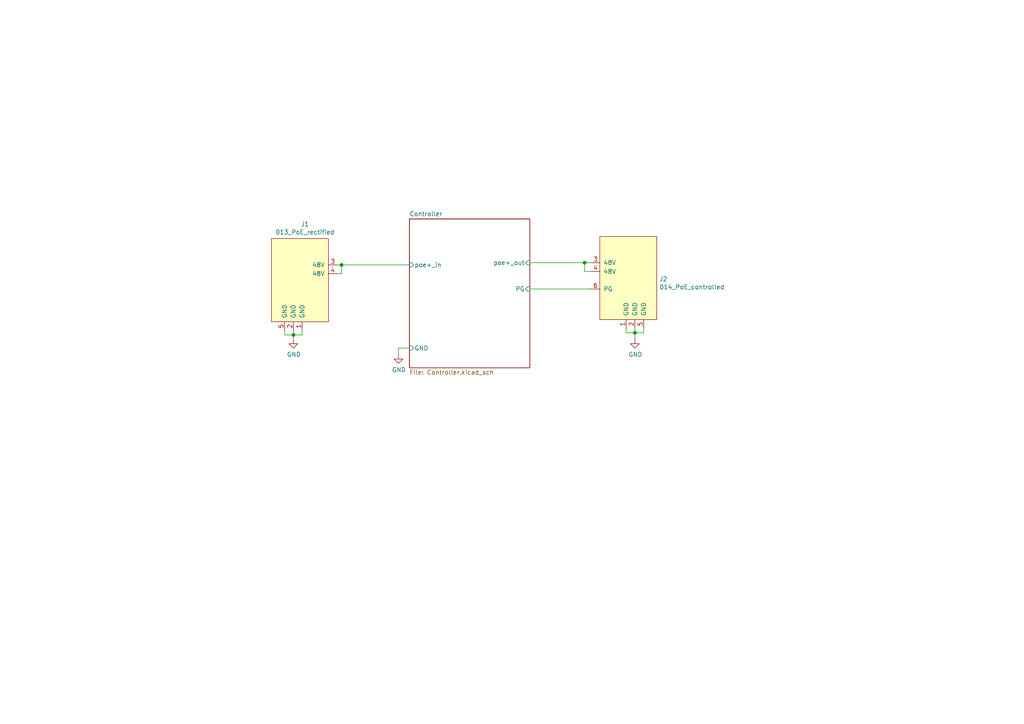
<source format=kicad_sch>
(kicad_sch (version 20211123) (generator eeschema)

  (uuid 3aeed584-07cc-4f3c-be25-c98bf6e76d9c)

  (paper "A4")

  (lib_symbols
    (symbol "board-rescue:013_PoE_rectified-put_on_edge" (pin_names (offset 1.016)) (in_bom yes) (on_board yes)
      (property "Reference" "J" (id 0) (at -2.54 13.97 0)
        (effects (font (size 1.27 1.27)))
      )
      (property "Value" "013_PoE_rectified-put_on_edge" (id 1) (at 8.89 13.97 0)
        (effects (font (size 1.27 1.27)))
      )
      (property "Footprint" "" (id 2) (at 7.62 16.51 0)
        (effects (font (size 1.27 1.27)) hide)
      )
      (property "Datasheet" "" (id 3) (at 7.62 16.51 0)
        (effects (font (size 1.27 1.27)) hide)
      )
      (symbol "013_PoE_rectified-put_on_edge_0_1"
        (rectangle (start -8.89 12.7) (end 7.62 -11.43)
          (stroke (width 0) (type default) (color 0 0 0 0))
          (fill (type background))
        )
      )
      (symbol "013_PoE_rectified-put_on_edge_1_1"
        (pin power_in line (at -1.27 -13.97 90) (length 2.54)
          (name "GND" (effects (font (size 1.27 1.27))))
          (number "1" (effects (font (size 1.27 1.27))))
        )
        (pin power_in line (at 1.27 -13.97 90) (length 2.54)
          (name "GND" (effects (font (size 1.27 1.27))))
          (number "2" (effects (font (size 1.27 1.27))))
        )
        (pin bidirectional line (at -11.43 5.08 0) (length 2.54)
          (name "48V" (effects (font (size 1.27 1.27))))
          (number "3" (effects (font (size 1.27 1.27))))
        )
        (pin bidirectional line (at -11.43 2.54 0) (length 2.54)
          (name "48V" (effects (font (size 1.27 1.27))))
          (number "4" (effects (font (size 1.27 1.27))))
        )
        (pin power_in line (at 3.81 -13.97 90) (length 2.54)
          (name "GND" (effects (font (size 1.27 1.27))))
          (number "5" (effects (font (size 1.27 1.27))))
        )
      )
    )
    (symbol "board-rescue:014_PoE_controlled-put_on_edge" (pin_names (offset 1.016)) (in_bom yes) (on_board yes)
      (property "Reference" "J" (id 0) (at -2.54 13.97 0)
        (effects (font (size 1.27 1.27)))
      )
      (property "Value" "014_PoE_controlled-put_on_edge" (id 1) (at 8.89 13.97 0)
        (effects (font (size 1.27 1.27)))
      )
      (property "Footprint" "" (id 2) (at 7.62 16.51 0)
        (effects (font (size 1.27 1.27)) hide)
      )
      (property "Datasheet" "" (id 3) (at 7.62 16.51 0)
        (effects (font (size 1.27 1.27)) hide)
      )
      (symbol "014_PoE_controlled-put_on_edge_0_1"
        (rectangle (start -8.89 12.7) (end 7.62 -11.43)
          (stroke (width 0) (type default) (color 0 0 0 0))
          (fill (type background))
        )
      )
      (symbol "014_PoE_controlled-put_on_edge_1_1"
        (pin power_in line (at -1.27 -13.97 90) (length 2.54)
          (name "GND" (effects (font (size 1.27 1.27))))
          (number "1" (effects (font (size 1.27 1.27))))
        )
        (pin power_in line (at 1.27 -13.97 90) (length 2.54)
          (name "GND" (effects (font (size 1.27 1.27))))
          (number "2" (effects (font (size 1.27 1.27))))
        )
        (pin bidirectional line (at -11.43 5.08 0) (length 2.54)
          (name "48V" (effects (font (size 1.27 1.27))))
          (number "3" (effects (font (size 1.27 1.27))))
        )
        (pin bidirectional line (at -11.43 2.54 0) (length 2.54)
          (name "48V" (effects (font (size 1.27 1.27))))
          (number "4" (effects (font (size 1.27 1.27))))
        )
        (pin power_in line (at 3.81 -13.97 90) (length 2.54)
          (name "GND" (effects (font (size 1.27 1.27))))
          (number "5" (effects (font (size 1.27 1.27))))
        )
        (pin power_in line (at -11.43 -2.54 0) (length 2.54)
          (name "PG" (effects (font (size 1.27 1.27))))
          (number "6" (effects (font (size 1.27 1.27))))
        )
      )
    )
    (symbol "power:GND" (power) (pin_names (offset 0)) (in_bom yes) (on_board yes)
      (property "Reference" "#PWR" (id 0) (at 0 -6.35 0)
        (effects (font (size 1.27 1.27)) hide)
      )
      (property "Value" "GND" (id 1) (at 0 -3.81 0)
        (effects (font (size 1.27 1.27)))
      )
      (property "Footprint" "" (id 2) (at 0 0 0)
        (effects (font (size 1.27 1.27)) hide)
      )
      (property "Datasheet" "" (id 3) (at 0 0 0)
        (effects (font (size 1.27 1.27)) hide)
      )
      (property "ki_keywords" "power-flag" (id 4) (at 0 0 0)
        (effects (font (size 1.27 1.27)) hide)
      )
      (property "ki_description" "Power symbol creates a global label with name \"GND\" , ground" (id 5) (at 0 0 0)
        (effects (font (size 1.27 1.27)) hide)
      )
      (symbol "GND_0_1"
        (polyline
          (pts
            (xy 0 0)
            (xy 0 -1.27)
            (xy 1.27 -1.27)
            (xy 0 -2.54)
            (xy -1.27 -1.27)
            (xy 0 -1.27)
          )
          (stroke (width 0) (type default) (color 0 0 0 0))
          (fill (type none))
        )
      )
      (symbol "GND_1_1"
        (pin power_in line (at 0 0 270) (length 0) hide
          (name "GND" (effects (font (size 1.27 1.27))))
          (number "1" (effects (font (size 1.27 1.27))))
        )
      )
    )
  )

  (junction (at 99.06 76.835) (diameter 0) (color 0 0 0 0)
    (uuid 20edfe3a-05f1-4aab-a969-eca90b336270)
  )
  (junction (at 85.09 97.155) (diameter 0) (color 0 0 0 0)
    (uuid 278422ad-7a72-48b5-aeeb-4777f2876e4d)
  )
  (junction (at 184.15 96.52) (diameter 0) (color 0 0 0 0)
    (uuid 6ea528c0-398d-4015-9489-6fd920961d72)
  )
  (junction (at 169.545 76.2) (diameter 0) (color 0 0 0 0)
    (uuid 9441778d-4396-4285-afaf-121a77b59f62)
  )

  (wire (pts (xy 99.06 76.835) (xy 118.745 76.835))
    (stroke (width 0) (type default) (color 0 0 0 0))
    (uuid 0c7b2408-12f7-4604-bf3c-7a6368047283)
  )
  (wire (pts (xy 115.57 100.965) (xy 118.745 100.965))
    (stroke (width 0) (type default) (color 0 0 0 0))
    (uuid 3dd6289d-0868-476b-9245-d144ddcb4019)
  )
  (wire (pts (xy 82.55 95.885) (xy 82.55 97.155))
    (stroke (width 0) (type default) (color 0 0 0 0))
    (uuid 3e0b647d-b34c-4ea6-bda1-f1a73e81e95b)
  )
  (wire (pts (xy 82.55 97.155) (xy 85.09 97.155))
    (stroke (width 0) (type default) (color 0 0 0 0))
    (uuid 404def57-dac4-40cd-9a3f-74af74b21b9c)
  )
  (wire (pts (xy 85.09 95.885) (xy 85.09 97.155))
    (stroke (width 0) (type default) (color 0 0 0 0))
    (uuid 499c77f3-bf8b-42ea-84bb-abbb52d86f04)
  )
  (wire (pts (xy 85.09 97.155) (xy 87.63 97.155))
    (stroke (width 0) (type default) (color 0 0 0 0))
    (uuid 53597788-5ef8-4736-855b-4ed2fb112652)
  )
  (wire (pts (xy 87.63 97.155) (xy 87.63 95.885))
    (stroke (width 0) (type default) (color 0 0 0 0))
    (uuid 57199334-a5fb-4a41-b12f-12b0e0cc34a2)
  )
  (wire (pts (xy 115.57 102.87) (xy 115.57 100.965))
    (stroke (width 0) (type default) (color 0 0 0 0))
    (uuid 5976156d-523e-43e7-9532-7a16da7f5fff)
  )
  (wire (pts (xy 169.545 76.2) (xy 171.45 76.2))
    (stroke (width 0) (type default) (color 0 0 0 0))
    (uuid 5c508942-97a7-448d-8587-934d320134d3)
  )
  (wire (pts (xy 99.06 76.835) (xy 97.79 76.835))
    (stroke (width 0) (type default) (color 0 0 0 0))
    (uuid 612a47bb-a8b2-412d-82a1-00648577554b)
  )
  (wire (pts (xy 184.15 95.25) (xy 184.15 96.52))
    (stroke (width 0) (type default) (color 0 0 0 0))
    (uuid 70c815e7-c5be-49c4-8f7b-87ee943ab607)
  )
  (wire (pts (xy 186.69 96.52) (xy 186.69 95.25))
    (stroke (width 0) (type default) (color 0 0 0 0))
    (uuid 893538ff-bfcd-4fe6-9bc2-d753271c3c20)
  )
  (wire (pts (xy 169.545 78.74) (xy 171.45 78.74))
    (stroke (width 0) (type default) (color 0 0 0 0))
    (uuid 91e93ad5-9a79-44f8-8d89-cd4b0c4553f5)
  )
  (wire (pts (xy 184.15 96.52) (xy 186.69 96.52))
    (stroke (width 0) (type default) (color 0 0 0 0))
    (uuid ad497c6c-ac10-45cc-b41b-d8ca14e64e55)
  )
  (wire (pts (xy 184.15 98.425) (xy 184.15 96.52))
    (stroke (width 0) (type default) (color 0 0 0 0))
    (uuid af3982a6-45f9-4fff-b3dd-26261e15403c)
  )
  (wire (pts (xy 153.67 83.82) (xy 171.45 83.82))
    (stroke (width 0) (type default) (color 0 0 0 0))
    (uuid b1c1bace-63af-472b-b69d-d7f6b20d332b)
  )
  (wire (pts (xy 153.67 76.2) (xy 169.545 76.2))
    (stroke (width 0) (type default) (color 0 0 0 0))
    (uuid b8274990-9c9e-446b-8ea7-bf0abb3beaa9)
  )
  (wire (pts (xy 99.06 79.375) (xy 99.06 76.835))
    (stroke (width 0) (type default) (color 0 0 0 0))
    (uuid c47c298c-a62b-4adf-a6d0-984ef21b0053)
  )
  (wire (pts (xy 85.09 97.155) (xy 85.09 98.425))
    (stroke (width 0) (type default) (color 0 0 0 0))
    (uuid d1e22588-93a2-4ec2-80c3-2c02bfaaf090)
  )
  (wire (pts (xy 181.61 96.52) (xy 184.15 96.52))
    (stroke (width 0) (type default) (color 0 0 0 0))
    (uuid d8f07815-e672-45a6-97c2-d024fb90c0f0)
  )
  (wire (pts (xy 97.79 79.375) (xy 99.06 79.375))
    (stroke (width 0) (type default) (color 0 0 0 0))
    (uuid e8bdd929-91f6-4713-9dd0-90bedb498e8d)
  )
  (wire (pts (xy 181.61 95.25) (xy 181.61 96.52))
    (stroke (width 0) (type default) (color 0 0 0 0))
    (uuid eb5786af-3207-4bcf-ae39-e213c91ae938)
  )
  (wire (pts (xy 169.545 76.2) (xy 169.545 78.74))
    (stroke (width 0) (type default) (color 0 0 0 0))
    (uuid f53dd40d-cff5-409f-94cd-f44610b31d1e)
  )

  (symbol (lib_id "board-rescue:013_PoE_rectified-put_on_edge") (at 86.36 81.915 0) (mirror y) (unit 1)
    (in_bom yes) (on_board yes)
    (uuid 00000000-0000-0000-0000-00006083a976)
    (property "Reference" "J1" (id 0) (at 88.4682 65.024 0))
    (property "Value" "013_PoE_rectified" (id 1) (at 88.4682 67.3354 0))
    (property "Footprint" "on_edge:on_edge_2x05_device" (id 2) (at 78.74 65.405 0)
      (effects (font (size 1.27 1.27)) hide)
    )
    (property "Datasheet" "" (id 3) (at 78.74 65.405 0)
      (effects (font (size 1.27 1.27)) hide)
    )
    (pin "1" (uuid 03a34b4b-1cdd-460e-8ca8-ff34e8df9f26))
    (pin "2" (uuid 01337dfa-f41c-4b59-b6c6-79afe683e82d))
    (pin "3" (uuid e98706bb-bc40-440b-ad5f-54fd6c140a15))
    (pin "4" (uuid 9ee31e4c-b0b7-4315-95e8-88f30c4cc61d))
    (pin "5" (uuid ae4b9b7f-7d14-4b09-a9f9-a3c14eb87120))
  )

  (symbol (lib_id "board-rescue:014_PoE_controlled-put_on_edge") (at 182.88 81.28 0) (unit 1)
    (in_bom yes) (on_board yes)
    (uuid 00000000-0000-0000-0000-00006083c1db)
    (property "Reference" "J2" (id 0) (at 191.2112 80.9498 0)
      (effects (font (size 1.27 1.27)) (justify left))
    )
    (property "Value" "014_PoE_controlled" (id 1) (at 191.2112 83.2612 0)
      (effects (font (size 1.27 1.27)) (justify left))
    )
    (property "Footprint" "on_edge:on_edge_2x05_host" (id 2) (at 190.5 64.77 0)
      (effects (font (size 1.27 1.27)) hide)
    )
    (property "Datasheet" "" (id 3) (at 190.5 64.77 0)
      (effects (font (size 1.27 1.27)) hide)
    )
    (pin "1" (uuid 60149c1d-e703-4808-bcf0-c43309800bd1))
    (pin "2" (uuid d5d2fc68-bbc3-4600-a16b-4a38ced39889))
    (pin "3" (uuid b4e2db2f-0391-4735-b1de-0180a6fb812c))
    (pin "4" (uuid 8bfda88d-e1d3-42b9-9b7e-932acf18bcab))
    (pin "5" (uuid be417aec-cac6-4f28-b827-4d40c1b57edf))
    (pin "6" (uuid 9a3e23ee-08b8-4197-af33-3ea53235e576))
  )

  (symbol (lib_id "power:GND") (at 115.57 102.87 0) (unit 1)
    (in_bom yes) (on_board yes)
    (uuid 00000000-0000-0000-0000-00006083d028)
    (property "Reference" "#PWR0101" (id 0) (at 115.57 109.22 0)
      (effects (font (size 1.27 1.27)) hide)
    )
    (property "Value" "GND" (id 1) (at 115.697 107.2642 0))
    (property "Footprint" "" (id 2) (at 115.57 102.87 0)
      (effects (font (size 1.27 1.27)) hide)
    )
    (property "Datasheet" "" (id 3) (at 115.57 102.87 0)
      (effects (font (size 1.27 1.27)) hide)
    )
    (pin "1" (uuid 727f0fa7-d042-4888-afcd-d993b0e9bebd))
  )

  (symbol (lib_id "power:GND") (at 85.09 98.425 0) (unit 1)
    (in_bom yes) (on_board yes)
    (uuid 00000000-0000-0000-0000-00006083d29c)
    (property "Reference" "#PWR0102" (id 0) (at 85.09 104.775 0)
      (effects (font (size 1.27 1.27)) hide)
    )
    (property "Value" "GND" (id 1) (at 85.217 102.8192 0))
    (property "Footprint" "" (id 2) (at 85.09 98.425 0)
      (effects (font (size 1.27 1.27)) hide)
    )
    (property "Datasheet" "" (id 3) (at 85.09 98.425 0)
      (effects (font (size 1.27 1.27)) hide)
    )
    (pin "1" (uuid 800658dc-5f40-4765-a381-492bce889a1a))
  )

  (symbol (lib_id "power:GND") (at 184.15 98.425 0) (unit 1)
    (in_bom yes) (on_board yes)
    (uuid 00000000-0000-0000-0000-00006083e083)
    (property "Reference" "#PWR0103" (id 0) (at 184.15 104.775 0)
      (effects (font (size 1.27 1.27)) hide)
    )
    (property "Value" "GND" (id 1) (at 184.277 102.8192 0))
    (property "Footprint" "" (id 2) (at 184.15 98.425 0)
      (effects (font (size 1.27 1.27)) hide)
    )
    (property "Datasheet" "" (id 3) (at 184.15 98.425 0)
      (effects (font (size 1.27 1.27)) hide)
    )
    (pin "1" (uuid 70cfc6bd-1212-4f32-ab66-e6c88535a47c))
  )

  (sheet (at 118.745 63.5) (size 34.925 43.18) (fields_autoplaced)
    (stroke (width 0) (type solid) (color 0 0 0 0))
    (fill (color 0 0 0 0.0000))
    (uuid 00000000-0000-0000-0000-00006083c3a8)
    (property "Sheet name" "Controller" (id 0) (at 118.745 62.7884 0)
      (effects (font (size 1.27 1.27)) (justify left bottom))
    )
    (property "Sheet file" "Controller.kicad_sch" (id 1) (at 118.745 107.2646 0)
      (effects (font (size 1.27 1.27)) (justify left top))
    )
    (pin "GND" input (at 118.745 100.965 180)
      (effects (font (size 1.27 1.27)) (justify left))
      (uuid 0b3c2408-a87d-4bee-80fc-56c01a1599f0)
    )
    (pin "poe+_out" input (at 153.67 76.2 0)
      (effects (font (size 1.27 1.27)) (justify right))
      (uuid 25e97938-3020-4806-9c01-0796a7a5ad6c)
    )
    (pin "PG" input (at 153.67 83.82 0)
      (effects (font (size 1.27 1.27)) (justify right))
      (uuid 0571aad9-be61-45e2-b25d-31a538ff4358)
    )
    (pin "poe+_in" input (at 118.745 76.835 180)
      (effects (font (size 1.27 1.27)) (justify left))
      (uuid 9a1ebe9f-fb53-40f8-ad57-4c5e5ae28963)
    )
  )

  (sheet_instances
    (path "/" (page "1"))
    (path "/00000000-0000-0000-0000-00006083c3a8" (page "2"))
  )

  (symbol_instances
    (path "/00000000-0000-0000-0000-00006083d028"
      (reference "#PWR0101") (unit 1) (value "GND") (footprint "")
    )
    (path "/00000000-0000-0000-0000-00006083d29c"
      (reference "#PWR0102") (unit 1) (value "GND") (footprint "")
    )
    (path "/00000000-0000-0000-0000-00006083e083"
      (reference "#PWR0103") (unit 1) (value "GND") (footprint "")
    )
    (path "/00000000-0000-0000-0000-00006083c3a8/00000000-0000-0000-0000-00006083f8da"
      (reference "C1") (unit 1) (value "47nF") (footprint "Capacitor_SMD:C_0603_1608Metric")
    )
    (path "/00000000-0000-0000-0000-00006083c3a8/00000000-0000-0000-0000-0000608454b4"
      (reference "C2") (unit 1) (value "47nF") (footprint "Capacitor_SMD:C_0603_1608Metric")
    )
    (path "/00000000-0000-0000-0000-00006083c3a8/00000000-0000-0000-0000-00006084fe00"
      (reference "C3") (unit 1) (value "1uF") (footprint "Capacitor_SMD:C_1206_3216Metric")
    )
    (path "/00000000-0000-0000-0000-00006083a976"
      (reference "J1") (unit 1) (value "013_PoE_rectified") (footprint "on_edge:on_edge_2x05_device")
    )
    (path "/00000000-0000-0000-0000-00006083c1db"
      (reference "J2") (unit 1) (value "014_PoE_controlled") (footprint "on_edge:on_edge_2x05_host")
    )
    (path "/00000000-0000-0000-0000-00006083c3a8/00000000-0000-0000-0000-000060842bb2"
      (reference "Q1") (unit 1) (value "PSMN5R2-60YL") (footprint "Package_TO_SOT_SMD:LFPAK56")
    )
    (path "/00000000-0000-0000-0000-00006083c3a8/00000000-0000-0000-0000-0000608386ff"
      (reference "R1") (unit 1) (value "49.9R") (footprint "Resistor_SMD:R_0603_1608Metric")
    )
    (path "/00000000-0000-0000-0000-00006083c3a8/00000000-0000-0000-0000-000060838397"
      (reference "R2") (unit 1) (value "118R") (footprint "Resistor_SMD:R_0603_1608Metric")
    )
    (path "/00000000-0000-0000-0000-00006083c3a8/00000000-0000-0000-0000-000060838bb0"
      (reference "R3") (unit 1) (value "0R") (footprint "Resistor_SMD:R_0603_1608Metric")
    )
    (path "/00000000-0000-0000-0000-00006083c3a8/00000000-0000-0000-0000-0000608389aa"
      (reference "R4") (unit 1) (value "0R") (footprint "Resistor_SMD:R_0603_1608Metric")
    )
    (path "/00000000-0000-0000-0000-00006083c3a8/00000000-0000-0000-0000-00006083ec7a"
      (reference "R5") (unit 1) (value "8.2R") (footprint "Resistor_SMD:R_0603_1608Metric")
    )
    (path "/00000000-0000-0000-0000-00006083c3a8/00000000-0000-0000-0000-0000608458ec"
      (reference "R6") (unit 1) (value "3.3k") (footprint "Resistor_SMD:R_0603_1608Metric")
    )
    (path "/00000000-0000-0000-0000-00006083c3a8/00000000-0000-0000-0000-00006084b0d6"
      (reference "R7") (unit 1) (value "100k") (footprint "Resistor_SMD:R_0603_1608Metric")
    )
    (path "/00000000-0000-0000-0000-00006083c3a8/00000000-0000-0000-0000-00006084b507"
      (reference "R8") (unit 1) (value "100k") (footprint "Resistor_SMD:R_0603_1608Metric")
    )
    (path "/00000000-0000-0000-0000-00006083c3a8/00000000-0000-0000-0000-000060837287"
      (reference "U1") (unit 1) (value "LT4275AIDDPBF-LT4275AIDDPBF") (footprint "Package_DFN_QFN:DFN-10-1EP_3x3mm_P0.5mm_EP1.65x2.38mm")
    )
  )
)

</source>
